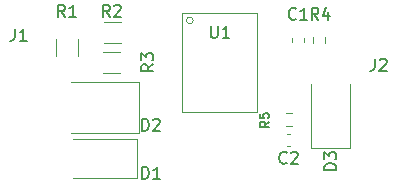
<source format=gto>
%TF.GenerationSoftware,KiCad,Pcbnew,6.0.2-378541a8eb~116~ubuntu20.04.1*%
%TF.CreationDate,2022-02-17T13:36:36-05:00*%
%TF.ProjectId,TachAdapter,54616368-4164-4617-9074-65722e6b6963,rev?*%
%TF.SameCoordinates,Original*%
%TF.FileFunction,Legend,Top*%
%TF.FilePolarity,Positive*%
%FSLAX46Y46*%
G04 Gerber Fmt 4.6, Leading zero omitted, Abs format (unit mm)*
G04 Created by KiCad (PCBNEW 6.0.2-378541a8eb~116~ubuntu20.04.1) date 2022-02-17 13:36:36*
%MOMM*%
%LPD*%
G01*
G04 APERTURE LIST*
%ADD10C,0.150000*%
%ADD11C,0.120000*%
G04 APERTURE END LIST*
D10*
%TO.C,J2*%
X168068666Y-103846380D02*
X168068666Y-104560666D01*
X168021047Y-104703523D01*
X167925809Y-104798761D01*
X167782952Y-104846380D01*
X167687714Y-104846380D01*
X168497238Y-103941619D02*
X168544857Y-103894000D01*
X168640095Y-103846380D01*
X168878190Y-103846380D01*
X168973428Y-103894000D01*
X169021047Y-103941619D01*
X169068666Y-104036857D01*
X169068666Y-104132095D01*
X169021047Y-104274952D01*
X168449619Y-104846380D01*
X169068666Y-104846380D01*
%TO.C,J1*%
X137588666Y-101306380D02*
X137588666Y-102020666D01*
X137541047Y-102163523D01*
X137445809Y-102258761D01*
X137302952Y-102306380D01*
X137207714Y-102306380D01*
X138588666Y-102306380D02*
X138017238Y-102306380D01*
X138302952Y-102306380D02*
X138302952Y-101306380D01*
X138207714Y-101449238D01*
X138112476Y-101544476D01*
X138017238Y-101592095D01*
%TO.C,U1*%
X154178095Y-101052380D02*
X154178095Y-101861904D01*
X154225714Y-101957142D01*
X154273333Y-102004761D01*
X154368571Y-102052380D01*
X154559047Y-102052380D01*
X154654285Y-102004761D01*
X154701904Y-101957142D01*
X154749523Y-101861904D01*
X154749523Y-101052380D01*
X155749523Y-102052380D02*
X155178095Y-102052380D01*
X155463809Y-102052380D02*
X155463809Y-101052380D01*
X155368571Y-101195238D01*
X155273333Y-101290476D01*
X155178095Y-101338095D01*
%TO.C,D2*%
X148359904Y-109926380D02*
X148359904Y-108926380D01*
X148598000Y-108926380D01*
X148740857Y-108974000D01*
X148836095Y-109069238D01*
X148883714Y-109164476D01*
X148931333Y-109354952D01*
X148931333Y-109497809D01*
X148883714Y-109688285D01*
X148836095Y-109783523D01*
X148740857Y-109878761D01*
X148598000Y-109926380D01*
X148359904Y-109926380D01*
X149312285Y-109021619D02*
X149359904Y-108974000D01*
X149455142Y-108926380D01*
X149693238Y-108926380D01*
X149788476Y-108974000D01*
X149836095Y-109021619D01*
X149883714Y-109116857D01*
X149883714Y-109212095D01*
X149836095Y-109354952D01*
X149264666Y-109926380D01*
X149883714Y-109926380D01*
%TO.C,C2*%
X160602333Y-112625142D02*
X160554714Y-112672761D01*
X160411857Y-112720380D01*
X160316619Y-112720380D01*
X160173761Y-112672761D01*
X160078523Y-112577523D01*
X160030904Y-112482285D01*
X159983285Y-112291809D01*
X159983285Y-112148952D01*
X160030904Y-111958476D01*
X160078523Y-111863238D01*
X160173761Y-111768000D01*
X160316619Y-111720380D01*
X160411857Y-111720380D01*
X160554714Y-111768000D01*
X160602333Y-111815619D01*
X160983285Y-111815619D02*
X161030904Y-111768000D01*
X161126142Y-111720380D01*
X161364238Y-111720380D01*
X161459476Y-111768000D01*
X161507095Y-111815619D01*
X161554714Y-111910857D01*
X161554714Y-112006095D01*
X161507095Y-112148952D01*
X160935666Y-112720380D01*
X161554714Y-112720380D01*
%TO.C,R2*%
X145629333Y-100274380D02*
X145296000Y-99798190D01*
X145057904Y-100274380D02*
X145057904Y-99274380D01*
X145438857Y-99274380D01*
X145534095Y-99322000D01*
X145581714Y-99369619D01*
X145629333Y-99464857D01*
X145629333Y-99607714D01*
X145581714Y-99702952D01*
X145534095Y-99750571D01*
X145438857Y-99798190D01*
X145057904Y-99798190D01*
X146010285Y-99369619D02*
X146057904Y-99322000D01*
X146153142Y-99274380D01*
X146391238Y-99274380D01*
X146486476Y-99322000D01*
X146534095Y-99369619D01*
X146581714Y-99464857D01*
X146581714Y-99560095D01*
X146534095Y-99702952D01*
X145962666Y-100274380D01*
X146581714Y-100274380D01*
%TO.C,R5*%
X159089285Y-109156000D02*
X158732142Y-109406000D01*
X159089285Y-109584571D02*
X158339285Y-109584571D01*
X158339285Y-109298857D01*
X158375000Y-109227428D01*
X158410714Y-109191714D01*
X158482142Y-109156000D01*
X158589285Y-109156000D01*
X158660714Y-109191714D01*
X158696428Y-109227428D01*
X158732142Y-109298857D01*
X158732142Y-109584571D01*
X158339285Y-108477428D02*
X158339285Y-108834571D01*
X158696428Y-108870285D01*
X158660714Y-108834571D01*
X158625000Y-108763142D01*
X158625000Y-108584571D01*
X158660714Y-108513142D01*
X158696428Y-108477428D01*
X158767857Y-108441714D01*
X158946428Y-108441714D01*
X159017857Y-108477428D01*
X159053571Y-108513142D01*
X159089285Y-108584571D01*
X159089285Y-108763142D01*
X159053571Y-108834571D01*
X159017857Y-108870285D01*
%TO.C,R4*%
X163282333Y-100528380D02*
X162949000Y-100052190D01*
X162710904Y-100528380D02*
X162710904Y-99528380D01*
X163091857Y-99528380D01*
X163187095Y-99576000D01*
X163234714Y-99623619D01*
X163282333Y-99718857D01*
X163282333Y-99861714D01*
X163234714Y-99956952D01*
X163187095Y-100004571D01*
X163091857Y-100052190D01*
X162710904Y-100052190D01*
X164139476Y-99861714D02*
X164139476Y-100528380D01*
X163901380Y-99480761D02*
X163663285Y-100195047D01*
X164282333Y-100195047D01*
%TO.C,D3*%
X164790380Y-113260095D02*
X163790380Y-113260095D01*
X163790380Y-113022000D01*
X163838000Y-112879142D01*
X163933238Y-112783904D01*
X164028476Y-112736285D01*
X164218952Y-112688666D01*
X164361809Y-112688666D01*
X164552285Y-112736285D01*
X164647523Y-112783904D01*
X164742761Y-112879142D01*
X164790380Y-113022000D01*
X164790380Y-113260095D01*
X163790380Y-112355333D02*
X163790380Y-111736285D01*
X164171333Y-112069619D01*
X164171333Y-111926761D01*
X164218952Y-111831523D01*
X164266571Y-111783904D01*
X164361809Y-111736285D01*
X164599904Y-111736285D01*
X164695142Y-111783904D01*
X164742761Y-111831523D01*
X164790380Y-111926761D01*
X164790380Y-112212476D01*
X164742761Y-112307714D01*
X164695142Y-112355333D01*
%TO.C,R1*%
X141819333Y-100274380D02*
X141486000Y-99798190D01*
X141247904Y-100274380D02*
X141247904Y-99274380D01*
X141628857Y-99274380D01*
X141724095Y-99322000D01*
X141771714Y-99369619D01*
X141819333Y-99464857D01*
X141819333Y-99607714D01*
X141771714Y-99702952D01*
X141724095Y-99750571D01*
X141628857Y-99798190D01*
X141247904Y-99798190D01*
X142771714Y-100274380D02*
X142200285Y-100274380D01*
X142486000Y-100274380D02*
X142486000Y-99274380D01*
X142390761Y-99417238D01*
X142295523Y-99512476D01*
X142200285Y-99560095D01*
%TO.C,R3*%
X149296380Y-104306666D02*
X148820190Y-104640000D01*
X149296380Y-104878095D02*
X148296380Y-104878095D01*
X148296380Y-104497142D01*
X148344000Y-104401904D01*
X148391619Y-104354285D01*
X148486857Y-104306666D01*
X148629714Y-104306666D01*
X148724952Y-104354285D01*
X148772571Y-104401904D01*
X148820190Y-104497142D01*
X148820190Y-104878095D01*
X148296380Y-103973333D02*
X148296380Y-103354285D01*
X148677333Y-103687619D01*
X148677333Y-103544761D01*
X148724952Y-103449523D01*
X148772571Y-103401904D01*
X148867809Y-103354285D01*
X149105904Y-103354285D01*
X149201142Y-103401904D01*
X149248761Y-103449523D01*
X149296380Y-103544761D01*
X149296380Y-103830476D01*
X149248761Y-103925714D01*
X149201142Y-103973333D01*
%TO.C,D1*%
X148359904Y-113990380D02*
X148359904Y-112990380D01*
X148598000Y-112990380D01*
X148740857Y-113038000D01*
X148836095Y-113133238D01*
X148883714Y-113228476D01*
X148931333Y-113418952D01*
X148931333Y-113561809D01*
X148883714Y-113752285D01*
X148836095Y-113847523D01*
X148740857Y-113942761D01*
X148598000Y-113990380D01*
X148359904Y-113990380D01*
X149883714Y-113990380D02*
X149312285Y-113990380D01*
X149598000Y-113990380D02*
X149598000Y-112990380D01*
X149502761Y-113133238D01*
X149407523Y-113228476D01*
X149312285Y-113276095D01*
%TO.C,C1*%
X161377333Y-100433142D02*
X161329714Y-100480761D01*
X161186857Y-100528380D01*
X161091619Y-100528380D01*
X160948761Y-100480761D01*
X160853523Y-100385523D01*
X160805904Y-100290285D01*
X160758285Y-100099809D01*
X160758285Y-99956952D01*
X160805904Y-99766476D01*
X160853523Y-99671238D01*
X160948761Y-99576000D01*
X161091619Y-99528380D01*
X161186857Y-99528380D01*
X161329714Y-99576000D01*
X161377333Y-99623619D01*
X162329714Y-100528380D02*
X161758285Y-100528380D01*
X162044000Y-100528380D02*
X162044000Y-99528380D01*
X161948761Y-99671238D01*
X161853523Y-99766476D01*
X161758285Y-99814095D01*
D11*
%TO.C,U1*%
X158115000Y-99949000D02*
X151765000Y-99949000D01*
X151765000Y-108331000D02*
X158115000Y-108331000D01*
X151765000Y-99949000D02*
X151765000Y-108331000D01*
X158115000Y-108331000D02*
X158115000Y-99949000D01*
X152683981Y-100584000D02*
G75*
G03*
X152683981Y-100584000I-283981J0D01*
G01*
%TO.C,D2*%
X148076000Y-110100000D02*
X142376000Y-110100000D01*
X148076000Y-105800000D02*
X142376000Y-105800000D01*
X148076000Y-110100000D02*
X148076000Y-105800000D01*
%TO.C,C2*%
X160922580Y-111254000D02*
X160641420Y-111254000D01*
X160922580Y-110234000D02*
X160641420Y-110234000D01*
%TO.C,R2*%
X145130436Y-100690000D02*
X146584564Y-100690000D01*
X145130436Y-102510000D02*
X146584564Y-102510000D01*
%TO.C,R5*%
X160544742Y-109488500D02*
X161019258Y-109488500D01*
X160544742Y-108443500D02*
X161019258Y-108443500D01*
%TO.C,R4*%
X162799500Y-101997742D02*
X162799500Y-102472258D01*
X163844500Y-101997742D02*
X163844500Y-102472258D01*
%TO.C,D3*%
X165988000Y-111350000D02*
X165988000Y-105950000D01*
X162688000Y-111350000D02*
X162688000Y-105950000D01*
X162688000Y-111350000D02*
X165988000Y-111350000D01*
%TO.C,R1*%
X142896000Y-103597064D02*
X142896000Y-102142936D01*
X141076000Y-103597064D02*
X141076000Y-102142936D01*
%TO.C,R3*%
X145068936Y-105050000D02*
X146523064Y-105050000D01*
X145068936Y-103230000D02*
X146523064Y-103230000D01*
%TO.C,D1*%
X147926000Y-110618000D02*
X142526000Y-110618000D01*
X147926000Y-113918000D02*
X147926000Y-110618000D01*
X147926000Y-113918000D02*
X142526000Y-113918000D01*
%TO.C,C1*%
X161034000Y-102094420D02*
X161034000Y-102375580D01*
X162054000Y-102094420D02*
X162054000Y-102375580D01*
%TD*%
M02*

</source>
